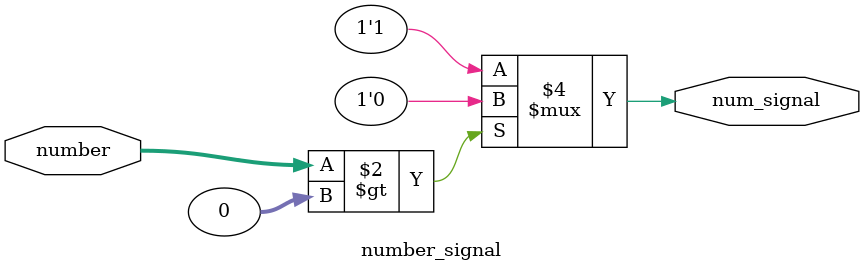
<source format=v>
module number_signal #(parameter N = 8) (
    input wire signed [N-1:0] number, // first number of the operation, in 8 bits
    output reg num_signal
);

    always @(number) begin
        if(number > 0)
            num_signal <= 0;
        else
            num_signal <= 1;
    end

endmodule //valor absoluto
</source>
